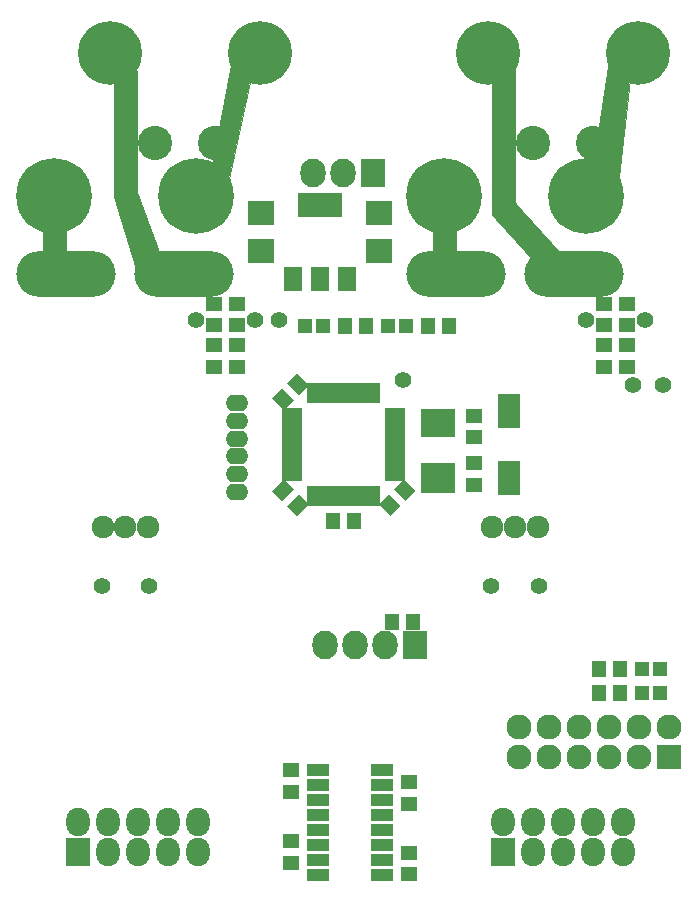
<source format=gbr>
G04 #@! TF.FileFunction,Soldermask,Top*
%FSLAX46Y46*%
G04 Gerber Fmt 4.6, Leading zero omitted, Abs format (unit mm)*
G04 Created by KiCad (PCBNEW 4.0.5) date 03/14/17 14:36:23*
%MOMM*%
%LPD*%
G01*
G04 APERTURE LIST*
%ADD10C,0.100000*%
%ADD11C,1.924000*%
%ADD12O,8.400000X3.900000*%
%ADD13C,2.900000*%
%ADD14C,5.400000*%
%ADD15R,1.200000X1.400000*%
%ADD16R,2.127200X2.432000*%
%ADD17O,2.127200X2.432000*%
%ADD18R,1.400000X1.200000*%
%ADD19R,2.127200X2.127200*%
%ADD20O,2.127200X2.127200*%
%ADD21O,1.924000X1.400000*%
%ADD22R,1.600000X2.100000*%
%ADD23R,3.700000X2.100000*%
%ADD24R,3.000000X2.600000*%
%ADD25R,3.000000X2.400000*%
%ADD26R,1.900000X1.000000*%
%ADD27R,2.200000X2.000000*%
%ADD28R,1.700000X0.650000*%
%ADD29R,0.650000X1.700000*%
%ADD30R,1.900000X3.000000*%
%ADD31R,1.197560X1.197560*%
%ADD32C,1.400000*%
%ADD33C,6.400000*%
%ADD34R,2.000000X2.400000*%
%ADD35O,2.000000X2.400000*%
%ADD36C,0.026000*%
G04 APERTURE END LIST*
D10*
D11*
X24910000Y-44500000D03*
X23000000Y-44500000D03*
X21090000Y-44500000D03*
D12*
X18000000Y-23100000D03*
X28000000Y-23100000D03*
D13*
X57500000Y-12000000D03*
X62580000Y-12000000D03*
D14*
X53690000Y-4380000D03*
X66390000Y-4380000D03*
D13*
X25500000Y-12000000D03*
X30580000Y-12000000D03*
D14*
X21690000Y-4380000D03*
X34390000Y-4380000D03*
D11*
X57910000Y-44500000D03*
X56000000Y-44500000D03*
X54090000Y-44500000D03*
D12*
X51000000Y-23100000D03*
X61000000Y-23100000D03*
D15*
X45600000Y-52500000D03*
X47400000Y-52500000D03*
D16*
X47500000Y-54500000D03*
D17*
X44960000Y-54500000D03*
X42420000Y-54500000D03*
X39880000Y-54500000D03*
D18*
X47000000Y-73900000D03*
X47000000Y-72100000D03*
X47000000Y-67900000D03*
X47000000Y-66100000D03*
X37000000Y-71100000D03*
X37000000Y-72900000D03*
X37000000Y-65100000D03*
X37000000Y-66900000D03*
D19*
X69000000Y-64000000D03*
D20*
X69000000Y-61460000D03*
X66460000Y-64000000D03*
X66460000Y-61460000D03*
X63920000Y-64000000D03*
X63920000Y-61460000D03*
X61380000Y-64000000D03*
X61380000Y-61460000D03*
X58840000Y-64000000D03*
X58840000Y-61460000D03*
X56300000Y-64000000D03*
X56300000Y-61460000D03*
D18*
X52500000Y-39100000D03*
X52500000Y-40900000D03*
X52500000Y-36900000D03*
X52500000Y-35100000D03*
D10*
G36*
X35444365Y-41434315D02*
X36434315Y-40444365D01*
X37282843Y-41292893D01*
X36292893Y-42282843D01*
X35444365Y-41434315D01*
X35444365Y-41434315D01*
G37*
G36*
X36717157Y-42707107D02*
X37707107Y-41717157D01*
X38555635Y-42565685D01*
X37565685Y-43555635D01*
X36717157Y-42707107D01*
X36717157Y-42707107D01*
G37*
D21*
X32500000Y-41500000D03*
X32500000Y-40000000D03*
X32500000Y-38500000D03*
X32500000Y-37000000D03*
X32500000Y-35500000D03*
X32500000Y-34000000D03*
D15*
X40600000Y-44000000D03*
X42400000Y-44000000D03*
D22*
X37200000Y-23500000D03*
X39500000Y-23500000D03*
X41800000Y-23500000D03*
D23*
X39500000Y-17200000D03*
D24*
X49500000Y-40300000D03*
D25*
X49500000Y-35700000D03*
D26*
X44700000Y-73945000D03*
X44700000Y-72675000D03*
X44700000Y-71405000D03*
X44700000Y-70135000D03*
X44700000Y-68865000D03*
X44700000Y-67595000D03*
X44700000Y-66325000D03*
X44700000Y-65055000D03*
X39300000Y-65055000D03*
X39300000Y-66325000D03*
X39300000Y-67595000D03*
X39300000Y-68865000D03*
X39300000Y-70135000D03*
X39300000Y-71405000D03*
X39300000Y-72675000D03*
X39300000Y-73945000D03*
D27*
X44500000Y-17900000D03*
X44500000Y-21100000D03*
X34500000Y-17900000D03*
X34500000Y-21100000D03*
D10*
G36*
X37565685Y-31444365D02*
X38555635Y-32434315D01*
X37707107Y-33282843D01*
X36717157Y-32292893D01*
X37565685Y-31444365D01*
X37565685Y-31444365D01*
G37*
G36*
X36292893Y-32717157D02*
X37282843Y-33707107D01*
X36434315Y-34555635D01*
X35444365Y-33565685D01*
X36292893Y-32717157D01*
X36292893Y-32717157D01*
G37*
G36*
X46565685Y-40444365D02*
X47555635Y-41434315D01*
X46707107Y-42282843D01*
X45717157Y-41292893D01*
X46565685Y-40444365D01*
X46565685Y-40444365D01*
G37*
G36*
X45292893Y-41717157D02*
X46282843Y-42707107D01*
X45434315Y-43555635D01*
X44444365Y-42565685D01*
X45292893Y-41717157D01*
X45292893Y-41717157D01*
G37*
D28*
X45850000Y-40250000D03*
X45850000Y-39750000D03*
X45850000Y-39250000D03*
X45850000Y-38750000D03*
X45850000Y-38250000D03*
X45850000Y-37750000D03*
X45850000Y-37250000D03*
X45850000Y-36750000D03*
X45850000Y-36250000D03*
X45850000Y-35750000D03*
X45850000Y-35250000D03*
X45850000Y-34750000D03*
D29*
X44250000Y-33150000D03*
X43750000Y-33150000D03*
X43250000Y-33150000D03*
X42750000Y-33150000D03*
X42250000Y-33150000D03*
X41750000Y-33150000D03*
X41250000Y-33150000D03*
X40750000Y-33150000D03*
X40250000Y-33150000D03*
X39750000Y-33150000D03*
X39250000Y-33150000D03*
X38750000Y-33150000D03*
D28*
X37150000Y-34750000D03*
X37150000Y-35250000D03*
X37150000Y-35750000D03*
X37150000Y-36250000D03*
X37150000Y-36750000D03*
X37150000Y-37250000D03*
X37150000Y-37750000D03*
X37150000Y-38250000D03*
X37150000Y-38750000D03*
X37150000Y-39250000D03*
X37150000Y-39750000D03*
X37150000Y-40250000D03*
D29*
X38750000Y-41850000D03*
X39250000Y-41850000D03*
X39750000Y-41850000D03*
X40250000Y-41850000D03*
X40750000Y-41850000D03*
X41250000Y-41850000D03*
X41750000Y-41850000D03*
X42250000Y-41850000D03*
X42750000Y-41850000D03*
X43250000Y-41850000D03*
X43750000Y-41850000D03*
X44250000Y-41850000D03*
D30*
X55500000Y-40300000D03*
X55500000Y-34700000D03*
D31*
X66750700Y-56500000D03*
X68249300Y-56500000D03*
X66750700Y-58500000D03*
X68249300Y-58500000D03*
X46749300Y-27500000D03*
X45250700Y-27500000D03*
X39749300Y-27500000D03*
X38250700Y-27500000D03*
D15*
X64900000Y-56500000D03*
X63100000Y-56500000D03*
X64900000Y-58500000D03*
X63100000Y-58500000D03*
X48600000Y-27500000D03*
X50400000Y-27500000D03*
X41600000Y-27500000D03*
X43400000Y-27500000D03*
D16*
X44000000Y-14500000D03*
D17*
X41460000Y-14500000D03*
X38920000Y-14500000D03*
D18*
X32500000Y-27400000D03*
X32500000Y-25600000D03*
X30500000Y-27400000D03*
X30500000Y-25600000D03*
X63500000Y-27400000D03*
X63500000Y-25600000D03*
X65500000Y-27400000D03*
X65500000Y-25600000D03*
X32500000Y-30900000D03*
X32500000Y-29100000D03*
X30500000Y-30900000D03*
X30500000Y-29100000D03*
X63500000Y-30900000D03*
X63500000Y-29100000D03*
X65500000Y-30900000D03*
X65500000Y-29100000D03*
D32*
X58000000Y-49500000D03*
X25000000Y-49500000D03*
X54000000Y-49500000D03*
X21000000Y-49500000D03*
X29000000Y-27000000D03*
X34000000Y-27000000D03*
X46500000Y-32000000D03*
X67000000Y-27000000D03*
X36000000Y-27000000D03*
X68500000Y-32500000D03*
X66000000Y-32500000D03*
X62000000Y-27000000D03*
D33*
X29000000Y-16500000D03*
X17000000Y-16500000D03*
X50000000Y-16500000D03*
X62000000Y-16500000D03*
D34*
X19000000Y-72000000D03*
D35*
X19000000Y-69460000D03*
X21540000Y-72000000D03*
X21540000Y-69460000D03*
X24080000Y-72000000D03*
X24080000Y-69460000D03*
X26620000Y-72000000D03*
X26620000Y-69460000D03*
X29160000Y-72000000D03*
X29160000Y-69460000D03*
D34*
X55000000Y-72000000D03*
D35*
X55000000Y-69460000D03*
X57540000Y-72000000D03*
X57540000Y-69460000D03*
X60080000Y-72000000D03*
X60080000Y-69460000D03*
X62620000Y-72000000D03*
X62620000Y-69460000D03*
X65160000Y-72000000D03*
X65160000Y-69460000D03*
D36*
G36*
X17686270Y-19050306D02*
X17844181Y-19155819D01*
X17949694Y-19313730D01*
X17987000Y-19501279D01*
X17987000Y-20998721D01*
X17949694Y-21186270D01*
X17844181Y-21344181D01*
X17686270Y-21449694D01*
X17498721Y-21487000D01*
X16501279Y-21487000D01*
X16313730Y-21449694D01*
X16155819Y-21344181D01*
X16050306Y-21186270D01*
X16013000Y-20998721D01*
X16013000Y-19501279D01*
X16050306Y-19313730D01*
X16155819Y-19155819D01*
X16313730Y-19050306D01*
X16501279Y-19013000D01*
X17498721Y-19013000D01*
X17686270Y-19050306D01*
X17686270Y-19050306D01*
G37*
X17686270Y-19050306D02*
X17844181Y-19155819D01*
X17949694Y-19313730D01*
X17987000Y-19501279D01*
X17987000Y-20998721D01*
X17949694Y-21186270D01*
X17844181Y-21344181D01*
X17686270Y-21449694D01*
X17498721Y-21487000D01*
X16501279Y-21487000D01*
X16313730Y-21449694D01*
X16155819Y-21344181D01*
X16050306Y-21186270D01*
X16013000Y-20998721D01*
X16013000Y-19501279D01*
X16050306Y-19313730D01*
X16155819Y-19155819D01*
X16313730Y-19050306D01*
X16501279Y-19013000D01*
X17498721Y-19013000D01*
X17686270Y-19050306D01*
G36*
X23686270Y-5550306D02*
X23844181Y-5655819D01*
X23949694Y-5813730D01*
X23987000Y-6001279D01*
X23987000Y-15913393D01*
X23987191Y-15915612D01*
X24016320Y-16083780D01*
X24016886Y-16085933D01*
X26248706Y-22335029D01*
X26276872Y-22519340D01*
X26234453Y-22699593D01*
X26127782Y-22850959D01*
X25972295Y-22951534D01*
X25789248Y-22987000D01*
X24370323Y-22987000D01*
X24217035Y-22962414D01*
X24080059Y-22891605D01*
X23972097Y-22781508D01*
X23903517Y-22642227D01*
X22034820Y-16568963D01*
X22013000Y-16423847D01*
X22013000Y-6001279D01*
X22050306Y-5813730D01*
X22155819Y-5655819D01*
X22313730Y-5550306D01*
X22501279Y-5513000D01*
X23498721Y-5513000D01*
X23686270Y-5550306D01*
X23686270Y-5550306D01*
G37*
X23686270Y-5550306D02*
X23844181Y-5655819D01*
X23949694Y-5813730D01*
X23987000Y-6001279D01*
X23987000Y-15913393D01*
X23987191Y-15915612D01*
X24016320Y-16083780D01*
X24016886Y-16085933D01*
X26248706Y-22335029D01*
X26276872Y-22519340D01*
X26234453Y-22699593D01*
X26127782Y-22850959D01*
X25972295Y-22951534D01*
X25789248Y-22987000D01*
X24370323Y-22987000D01*
X24217035Y-22962414D01*
X24080059Y-22891605D01*
X23972097Y-22781508D01*
X23903517Y-22642227D01*
X22034820Y-16568963D01*
X22013000Y-16423847D01*
X22013000Y-6001279D01*
X22050306Y-5813730D01*
X22155819Y-5655819D01*
X22313730Y-5550306D01*
X22501279Y-5513000D01*
X23498721Y-5513000D01*
X23686270Y-5550306D01*
G36*
X33549729Y-5043897D02*
X33698383Y-5132089D01*
X33806853Y-5266672D01*
X33861454Y-5430668D01*
X33855263Y-5604592D01*
X31643345Y-15779417D01*
X31568095Y-15953247D01*
X31433468Y-16084661D01*
X31259068Y-16155202D01*
X31070938Y-16154341D01*
X30895999Y-16081708D01*
X30284123Y-15673791D01*
X30149409Y-15539676D01*
X30076363Y-15365591D01*
X30075043Y-15175499D01*
X31935141Y-5409985D01*
X31994688Y-5252284D01*
X32103400Y-5124955D01*
X32248823Y-5041987D01*
X32414876Y-5013000D01*
X33378465Y-5013000D01*
X33549729Y-5043897D01*
X33549729Y-5043897D01*
G37*
X33549729Y-5043897D02*
X33698383Y-5132089D01*
X33806853Y-5266672D01*
X33861454Y-5430668D01*
X33855263Y-5604592D01*
X31643345Y-15779417D01*
X31568095Y-15953247D01*
X31433468Y-16084661D01*
X31259068Y-16155202D01*
X31070938Y-16154341D01*
X30895999Y-16081708D01*
X30284123Y-15673791D01*
X30149409Y-15539676D01*
X30076363Y-15365591D01*
X30075043Y-15175499D01*
X31935141Y-5409985D01*
X31994688Y-5252284D01*
X32103400Y-5124955D01*
X32248823Y-5041987D01*
X32414876Y-5013000D01*
X33378465Y-5013000D01*
X33549729Y-5043897D01*
G36*
X50686270Y-18550306D02*
X50844181Y-18655819D01*
X50949694Y-18813730D01*
X50987000Y-19001279D01*
X50987000Y-21498721D01*
X50949694Y-21686270D01*
X50844181Y-21844181D01*
X50686270Y-21949694D01*
X50498721Y-21987000D01*
X49501279Y-21987000D01*
X49313730Y-21949694D01*
X49155819Y-21844181D01*
X49050306Y-21686270D01*
X49013000Y-21498721D01*
X49013000Y-19001279D01*
X49050306Y-18813730D01*
X49155819Y-18655819D01*
X49313730Y-18550306D01*
X49501279Y-18513000D01*
X50498721Y-18513000D01*
X50686270Y-18550306D01*
X50686270Y-18550306D01*
G37*
X50686270Y-18550306D02*
X50844181Y-18655819D01*
X50949694Y-18813730D01*
X50987000Y-19001279D01*
X50987000Y-21498721D01*
X50949694Y-21686270D01*
X50844181Y-21844181D01*
X50686270Y-21949694D01*
X50498721Y-21987000D01*
X49501279Y-21987000D01*
X49313730Y-21949694D01*
X49155819Y-21844181D01*
X49050306Y-21686270D01*
X49013000Y-21498721D01*
X49013000Y-19001279D01*
X49050306Y-18813730D01*
X49155819Y-18655819D01*
X49313730Y-18550306D01*
X49501279Y-18513000D01*
X50498721Y-18513000D01*
X50686270Y-18550306D01*
G36*
X55686270Y-4550306D02*
X55844181Y-4655819D01*
X55949694Y-4813730D01*
X55987000Y-5001279D01*
X55987000Y-16808132D01*
X55987218Y-16810500D01*
X56020408Y-16989632D01*
X56022105Y-16994055D01*
X56117268Y-17149405D01*
X56118690Y-17151311D01*
X60050288Y-21519754D01*
X60143846Y-21672757D01*
X60175880Y-21847973D01*
X60142736Y-22022983D01*
X60048852Y-22174354D01*
X59905827Y-22282552D01*
X58835681Y-22817625D01*
X58684026Y-22864694D01*
X58526354Y-22860836D01*
X58378194Y-22806775D01*
X58254249Y-22707510D01*
X54138813Y-18134802D01*
X54045533Y-17982527D01*
X54013000Y-17806941D01*
X54013000Y-5001279D01*
X54050306Y-4813730D01*
X54155819Y-4655819D01*
X54313730Y-4550306D01*
X54501279Y-4513000D01*
X55498721Y-4513000D01*
X55686270Y-4550306D01*
X55686270Y-4550306D01*
G37*
X55686270Y-4550306D02*
X55844181Y-4655819D01*
X55949694Y-4813730D01*
X55987000Y-5001279D01*
X55987000Y-16808132D01*
X55987218Y-16810500D01*
X56020408Y-16989632D01*
X56022105Y-16994055D01*
X56117268Y-17149405D01*
X56118690Y-17151311D01*
X60050288Y-21519754D01*
X60143846Y-21672757D01*
X60175880Y-21847973D01*
X60142736Y-22022983D01*
X60048852Y-22174354D01*
X59905827Y-22282552D01*
X58835681Y-22817625D01*
X58684026Y-22864694D01*
X58526354Y-22860836D01*
X58378194Y-22806775D01*
X58254249Y-22707510D01*
X54138813Y-18134802D01*
X54045533Y-17982527D01*
X54013000Y-17806941D01*
X54013000Y-5001279D01*
X54050306Y-4813730D01*
X54155819Y-4655819D01*
X54313730Y-4550306D01*
X54501279Y-4513000D01*
X55498721Y-4513000D01*
X55686270Y-4550306D01*
G36*
X65600021Y-4540592D02*
X65742920Y-4619718D01*
X65851602Y-4741663D01*
X65913829Y-4892692D01*
X65922655Y-5056913D01*
X64528925Y-17135899D01*
X64487636Y-17283825D01*
X64403171Y-17410848D01*
X64283542Y-17505496D01*
X64139524Y-17558837D01*
X62695470Y-17847648D01*
X62508885Y-17848743D01*
X62336597Y-17780491D01*
X62202303Y-17652789D01*
X62125470Y-17484150D01*
X62117180Y-17297748D01*
X63949471Y-4929776D01*
X64004888Y-4765334D01*
X64113389Y-4631428D01*
X64261755Y-4543719D01*
X64432544Y-4513000D01*
X65437890Y-4513000D01*
X65600021Y-4540592D01*
X65600021Y-4540592D01*
G37*
X65600021Y-4540592D02*
X65742920Y-4619718D01*
X65851602Y-4741663D01*
X65913829Y-4892692D01*
X65922655Y-5056913D01*
X64528925Y-17135899D01*
X64487636Y-17283825D01*
X64403171Y-17410848D01*
X64283542Y-17505496D01*
X64139524Y-17558837D01*
X62695470Y-17847648D01*
X62508885Y-17848743D01*
X62336597Y-17780491D01*
X62202303Y-17652789D01*
X62125470Y-17484150D01*
X62117180Y-17297748D01*
X63949471Y-4929776D01*
X64004888Y-4765334D01*
X64113389Y-4631428D01*
X64261755Y-4543719D01*
X64432544Y-4513000D01*
X65437890Y-4513000D01*
X65600021Y-4540592D01*
M02*

</source>
